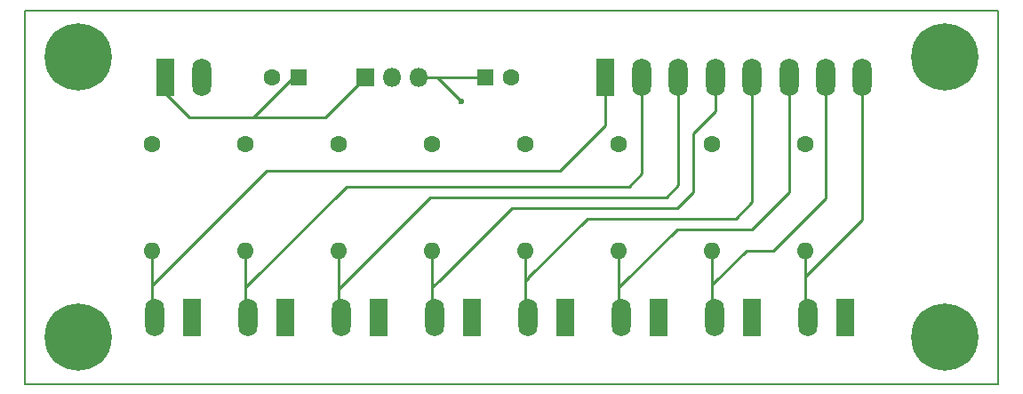
<source format=gtl>
G04 #@! TF.FileFunction,Copper,L1,Top,Signal*
%FSLAX46Y46*%
G04 Gerber Fmt 4.6, Leading zero omitted, Abs format (unit mm)*
G04 Created by KiCad (PCBNEW 4.0.7) date Wednesday, April 11, 2018 'AMt' 08:58:52 AM*
%MOMM*%
%LPD*%
G01*
G04 APERTURE LIST*
%ADD10C,0.100000*%
%ADD11C,0.150000*%
%ADD12R,1.600000X1.600000*%
%ADD13C,1.600000*%
%ADD14R,1.800000X3.600000*%
%ADD15O,1.800000X3.600000*%
%ADD16R,1.800000X1.800000*%
%ADD17O,1.800000X1.800000*%
%ADD18O,1.600000X1.600000*%
%ADD19C,6.400000*%
%ADD20C,0.600000*%
%ADD21C,0.250000*%
G04 APERTURE END LIST*
D10*
D11*
X113665000Y-129540000D02*
X206375000Y-129540000D01*
X113665000Y-93980000D02*
X206375000Y-93980000D01*
X113665000Y-93980000D02*
X113665000Y-129540000D01*
X206375000Y-93980000D02*
X206375000Y-129540000D01*
D12*
X139700000Y-100330000D03*
D13*
X137200000Y-100330000D03*
D12*
X157480000Y-100330000D03*
D13*
X159980000Y-100330000D03*
D14*
X127000000Y-100330000D03*
D15*
X130500000Y-100330000D03*
D14*
X168910000Y-100330000D03*
D15*
X172410000Y-100330000D03*
X175910000Y-100330000D03*
X179410000Y-100330000D03*
X182910000Y-100330000D03*
X186410000Y-100330000D03*
X189910000Y-100330000D03*
X193410000Y-100330000D03*
D14*
X129540000Y-123190000D03*
D15*
X126040000Y-123190000D03*
D14*
X156210000Y-123190000D03*
D15*
X152710000Y-123190000D03*
D14*
X138430000Y-123190000D03*
D15*
X134930000Y-123190000D03*
D14*
X165100000Y-123190000D03*
D15*
X161600000Y-123190000D03*
D14*
X182880000Y-123190000D03*
D15*
X179380000Y-123190000D03*
D14*
X191770000Y-123190000D03*
D15*
X188270000Y-123190000D03*
D14*
X147320000Y-123190000D03*
D15*
X143820000Y-123190000D03*
D14*
X173990000Y-123190000D03*
D15*
X170490000Y-123190000D03*
D16*
X146050000Y-100330000D03*
D17*
X148590000Y-100330000D03*
X151130000Y-100330000D03*
D13*
X125730000Y-106680000D03*
D18*
X125730000Y-116840000D03*
D13*
X152400000Y-106680000D03*
D18*
X152400000Y-116840000D03*
D13*
X134620000Y-106680000D03*
D18*
X134620000Y-116840000D03*
D13*
X161290000Y-106680000D03*
D18*
X161290000Y-116840000D03*
D13*
X179070000Y-106680000D03*
D18*
X179070000Y-116840000D03*
D13*
X187960000Y-106680000D03*
D18*
X187960000Y-116840000D03*
D13*
X143510000Y-106680000D03*
D18*
X143510000Y-116840000D03*
D13*
X170180000Y-106680000D03*
D18*
X170180000Y-116840000D03*
D19*
X118745000Y-98425000D03*
X201295000Y-98425000D03*
X118745000Y-125095000D03*
X201295000Y-125095000D03*
D20*
X155194000Y-102616000D03*
D21*
X139700000Y-100330000D02*
X139192000Y-100330000D01*
X139192000Y-100330000D02*
X135382000Y-104140000D01*
X127000000Y-100330000D02*
X127000000Y-101854000D01*
X127000000Y-101854000D02*
X129286000Y-104140000D01*
X129286000Y-104140000D02*
X135382000Y-104140000D01*
X135382000Y-104140000D02*
X142240000Y-104140000D01*
X142240000Y-104140000D02*
X146050000Y-100330000D01*
X155194000Y-102616000D02*
X152908000Y-100330000D01*
X152908000Y-100330000D02*
X151130000Y-100330000D01*
X151130000Y-100330000D02*
X157480000Y-100330000D01*
X125730000Y-120396000D02*
X125730000Y-120142000D01*
X168910000Y-104902000D02*
X168910000Y-100330000D01*
X164592000Y-109220000D02*
X168910000Y-104902000D01*
X136652000Y-109220000D02*
X164592000Y-109220000D01*
X125730000Y-120142000D02*
X136652000Y-109220000D01*
X125730000Y-116840000D02*
X125730000Y-120396000D01*
X125730000Y-120396000D02*
X125730000Y-122880000D01*
X125730000Y-122880000D02*
X126040000Y-123190000D01*
X134930000Y-120086000D02*
X134620000Y-120396000D01*
X134930000Y-120086000D02*
X144272000Y-110744000D01*
X144272000Y-110744000D02*
X171196000Y-110744000D01*
X171196000Y-110744000D02*
X172410000Y-109530000D01*
X172410000Y-100330000D02*
X172410000Y-109530000D01*
X134683500Y-120269000D02*
X134620000Y-120269000D01*
X134620000Y-120332500D02*
X134683500Y-120269000D01*
X134620000Y-120396000D02*
X134620000Y-120332500D01*
X134620000Y-116840000D02*
X134620000Y-120269000D01*
X134620000Y-120269000D02*
X134620000Y-122880000D01*
X134620000Y-122880000D02*
X134930000Y-123190000D01*
X153416000Y-111760000D02*
X152273000Y-111760000D01*
X153416000Y-111760000D02*
X174752000Y-111760000D01*
X174752000Y-111760000D02*
X175910000Y-110602000D01*
X175910000Y-100330000D02*
X175910000Y-110602000D01*
X143510000Y-120523000D02*
X143510000Y-121094500D01*
X152273000Y-111760000D02*
X143510000Y-120523000D01*
X143510000Y-116840000D02*
X143510000Y-121094500D01*
X143510000Y-121094500D02*
X143510000Y-122880000D01*
X143510000Y-122880000D02*
X143820000Y-123190000D01*
X153066750Y-119729250D02*
X152710000Y-120086000D01*
X152710000Y-120086000D02*
X152527000Y-120269000D01*
X152400000Y-120396000D02*
X152400000Y-120840500D01*
X152527000Y-120269000D02*
X152400000Y-120396000D01*
X152400000Y-116840000D02*
X152400000Y-120840500D01*
X152400000Y-120840500D02*
X152400000Y-122880000D01*
X152400000Y-122880000D02*
X152710000Y-123190000D01*
X179410000Y-103546000D02*
X179410000Y-100330000D01*
X177292000Y-105664000D02*
X179410000Y-103546000D01*
X177292000Y-111252000D02*
X177292000Y-105664000D01*
X175768000Y-112776000D02*
X177292000Y-111252000D01*
X160020000Y-112776000D02*
X175768000Y-112776000D01*
X153066750Y-119729250D02*
X160020000Y-112776000D01*
X161663500Y-119372500D02*
X161663500Y-119387500D01*
X161290000Y-119761000D02*
X161290000Y-120459500D01*
X161663500Y-119387500D02*
X161290000Y-119761000D01*
X161290000Y-116840000D02*
X161290000Y-120459500D01*
X161290000Y-120459500D02*
X161290000Y-122880000D01*
X161290000Y-122880000D02*
X161600000Y-123190000D01*
X182910000Y-112238000D02*
X182910000Y-100330000D01*
X181356000Y-113792000D02*
X182910000Y-112238000D01*
X180848000Y-113792000D02*
X181356000Y-113792000D01*
X167244000Y-113792000D02*
X180848000Y-113792000D01*
X161600000Y-119436000D02*
X161663500Y-119372500D01*
X161663500Y-119372500D02*
X167244000Y-113792000D01*
X170656250Y-119919750D02*
X170490000Y-120086000D01*
X170490000Y-120086000D02*
X170307000Y-120269000D01*
X170180000Y-120396000D02*
X170180000Y-120840500D01*
X170307000Y-120269000D02*
X170180000Y-120396000D01*
X170180000Y-116840000D02*
X170180000Y-120840500D01*
X170180000Y-120840500D02*
X170180000Y-122880000D01*
X170180000Y-122880000D02*
X170490000Y-123190000D01*
X186410000Y-111278000D02*
X186410000Y-100330000D01*
X182880000Y-114808000D02*
X186410000Y-111278000D01*
X175768000Y-114808000D02*
X182880000Y-114808000D01*
X170656250Y-119919750D02*
X175768000Y-114808000D01*
X179380000Y-119832000D02*
X179197000Y-120015000D01*
X179380000Y-119832000D02*
X182372000Y-116840000D01*
X182372000Y-116840000D02*
X184912000Y-116840000D01*
X184912000Y-116840000D02*
X189910000Y-111842000D01*
X189910000Y-100330000D02*
X189910000Y-111842000D01*
X179070000Y-120142000D02*
X179070000Y-120650000D01*
X179197000Y-120015000D02*
X179070000Y-120142000D01*
X179070000Y-116840000D02*
X179070000Y-120650000D01*
X179070000Y-120650000D02*
X179070000Y-122880000D01*
X179070000Y-122880000D02*
X179380000Y-123190000D01*
X188270000Y-119070000D02*
X188087000Y-119253000D01*
X188270000Y-119070000D02*
X193410000Y-113930000D01*
X193410000Y-100330000D02*
X193410000Y-113930000D01*
X187960000Y-119380000D02*
X187960000Y-120015000D01*
X188087000Y-119253000D02*
X187960000Y-119380000D01*
X187960000Y-116840000D02*
X187960000Y-120015000D01*
X187960000Y-120015000D02*
X187960000Y-122880000D01*
X187960000Y-122880000D02*
X188270000Y-123190000D01*
M02*

</source>
